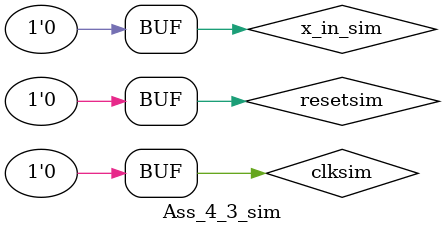
<source format=v>
`timescale 1ns / 1ps
module Ass_4_3_sim(

    );
reg clksim;
reg resetsim;
reg x_in_sim;
wire [1:0]statesim;
//Ass_4_3_v test1(
Ass_4_3_ff test1(
.clk(clksim),
.reset(resetsim),
.x_in(x_in_sim),
.state(statesim));
initial
begin
    clksim = 1'b0;
    repeat(200)
    begin
        #5
        clksim = ~clksim;
    end
end
initial 
begin
    resetsim = 1'b1;
    x_in_sim = 1'b0;
    #10
    resetsim = 1'b0;
    repeat(100)
    begin
        #10
        x_in_sim = ~x_in_sim;
    end
end
endmodule
//////////////////////////////////////////////////////////////////////////////////
// Company: 
// Engineer: 
// 
// Create Date: 2018/11/30 23:05:17
// Design Name: 
// Module Name: Ass_4_3_sim
// Project Name: 
// Target Devices: 
// Tool Versions: 
// Description: 
// 
// Dependencies: 
// 
// Revision:
// Revision 0.01 - File Created
// Additional Comments:
// 
//////////////////////////////////////////////////////////////////////////////////

</source>
